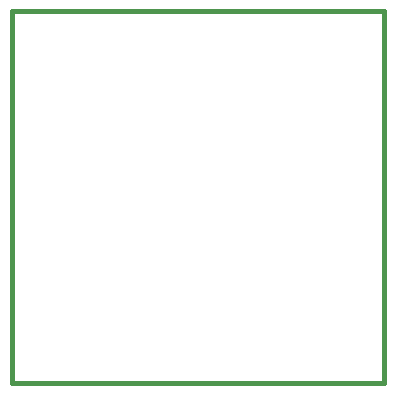
<source format=gbr>
G04 (created by PCBNEW-RS274X (2011-07-08)-stable) date Thu 06 Oct 2011 09:12:57 AM CEST*
G01*
G70*
G90*
%MOIN*%
G04 Gerber Fmt 3.4, Leading zero omitted, Abs format*
%FSLAX34Y34*%
G04 APERTURE LIST*
%ADD10C,0.006000*%
%ADD11C,0.015000*%
%ADD12C,0.060000*%
%ADD13R,0.055000X0.055000*%
%ADD14C,0.055000*%
G04 APERTURE END LIST*
G54D10*
G54D11*
X54100Y-17400D02*
X41700Y-17400D01*
X54100Y-29800D02*
X54100Y-17400D01*
X41700Y-29800D02*
X54100Y-29800D01*
X41700Y-17400D02*
X41700Y-29800D01*
%LPC*%
G54D12*
X53100Y-24600D03*
X52100Y-23600D03*
X53100Y-22600D03*
G54D13*
X44300Y-20100D03*
G54D14*
X44300Y-21100D03*
X44300Y-22100D03*
X44300Y-23100D03*
X44300Y-24100D03*
X44300Y-25100D03*
X44300Y-26100D03*
X44300Y-27100D03*
G54D13*
X43300Y-20100D03*
G54D14*
X43300Y-21100D03*
X43300Y-22100D03*
X43300Y-23100D03*
X43300Y-24100D03*
X43300Y-25100D03*
X43300Y-26100D03*
X43300Y-27100D03*
G54D13*
X53300Y-20100D03*
G54D14*
X52300Y-20100D03*
X51300Y-20100D03*
X50300Y-20100D03*
X49300Y-20100D03*
X48300Y-20100D03*
X47300Y-20100D03*
X46300Y-20100D03*
G54D13*
X53300Y-27100D03*
G54D14*
X52300Y-27100D03*
X51300Y-27100D03*
X50300Y-27100D03*
X49300Y-27100D03*
X48300Y-27100D03*
X47300Y-27100D03*
X46300Y-27100D03*
M02*

</source>
